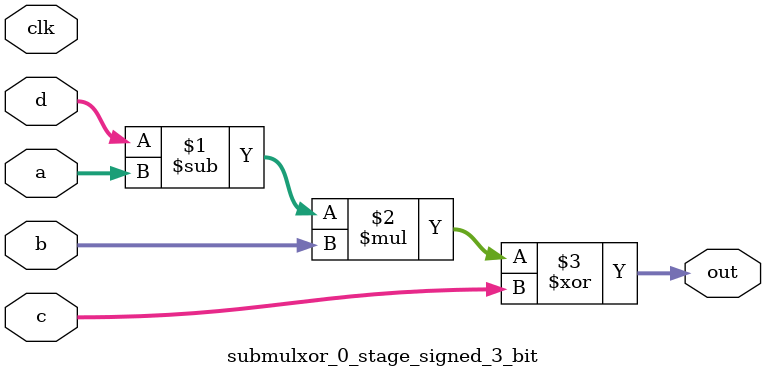
<source format=sv>
(* use_dsp = "yes" *) module submulxor_0_stage_signed_3_bit(
	input signed [2:0] a,
	input signed [2:0] b,
	input signed [2:0] c,
	input signed [2:0] d,
	output [2:0] out,
	input clk);

	assign out = ((d - a) * b) ^ c;
endmodule

</source>
